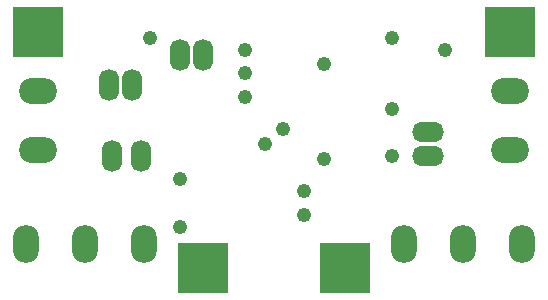
<source format=gbs>
%FSLAX25Y25*%
%MOIN*%
G70*
G01*
G75*
G04 Layer_Color=16711935*
%ADD10R,0.04528X0.05315*%
%ADD11R,0.05315X0.04528*%
%ADD12O,0.05709X0.02362*%
%ADD13R,0.04528X0.05512*%
%ADD14R,0.04921X0.07087*%
%ADD15R,0.05512X0.04528*%
%ADD16C,0.03000*%
%ADD17C,0.01500*%
%ADD18R,0.15748X0.15748*%
%ADD19O,0.07874X0.11811*%
%ADD20O,0.09843X0.05906*%
%ADD21O,0.05906X0.09843*%
%ADD22O,0.11811X0.07874*%
%ADD23C,0.04000*%
%ADD24C,0.00984*%
%ADD25C,0.01969*%
%ADD26C,0.02362*%
%ADD27C,0.01000*%
%ADD28C,0.00394*%
%ADD29C,0.00787*%
%ADD30R,0.05328X0.06115*%
%ADD31R,0.06115X0.05328*%
%ADD32O,0.06509X0.03162*%
%ADD33R,0.05328X0.06312*%
%ADD34R,0.05721X0.07887*%
%ADD35R,0.06312X0.05328*%
%ADD36R,0.16548X0.16548*%
%ADD37O,0.08674X0.12611*%
%ADD38O,0.10642X0.06706*%
%ADD39O,0.06706X0.10642*%
%ADD40O,0.12611X0.08674*%
%ADD41C,0.04800*%
D36*
X15748Y86614D02*
D03*
X173228D02*
D03*
X70866Y7874D02*
D03*
X118110D02*
D03*
D37*
X31496Y15748D02*
D03*
X51181D02*
D03*
X11811D02*
D03*
X157480D02*
D03*
X177165D02*
D03*
X137795D02*
D03*
D38*
X145669Y53150D02*
D03*
Y45276D02*
D03*
D39*
X62992Y78740D02*
D03*
X70866D02*
D03*
X39370Y68898D02*
D03*
X47244D02*
D03*
X40354Y45276D02*
D03*
X50197D02*
D03*
D40*
X15748Y47244D02*
D03*
Y66929D02*
D03*
X173228Y47244D02*
D03*
Y66929D02*
D03*
D41*
X53150Y84646D02*
D03*
X84646Y80709D02*
D03*
Y72835D02*
D03*
Y64961D02*
D03*
X62992Y37402D02*
D03*
Y21654D02*
D03*
X104331Y25591D02*
D03*
X133858Y45276D02*
D03*
Y61024D02*
D03*
X151575Y80709D02*
D03*
X111221Y75788D02*
D03*
X133858Y84646D02*
D03*
X97441Y54134D02*
D03*
X91536Y49213D02*
D03*
X111221Y44291D02*
D03*
X104331Y33465D02*
D03*
M02*

</source>
